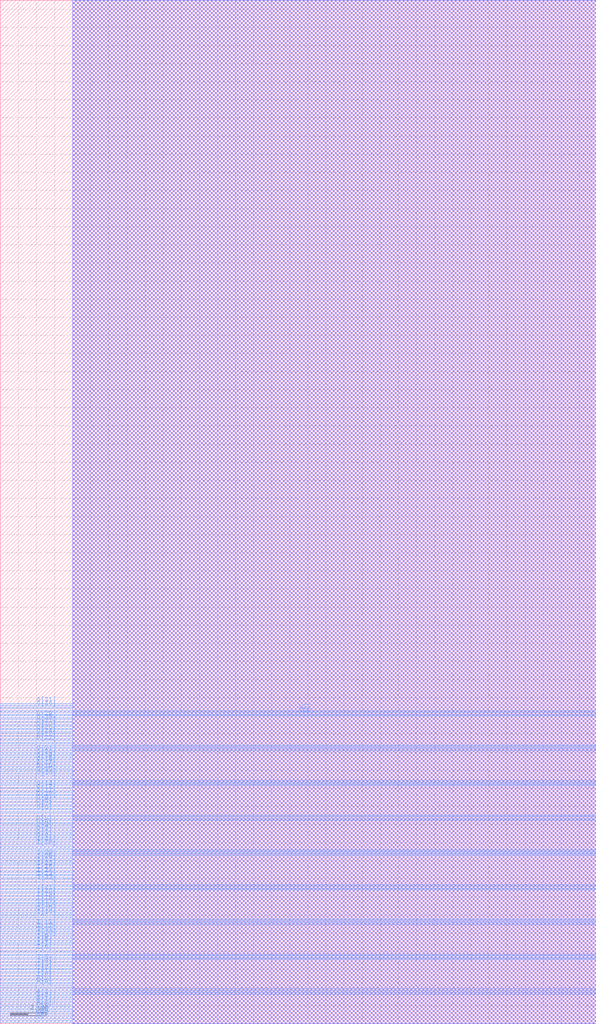
<source format=lef>
VERSION 5.6 ;
BUSBITCHARS "[]" ;
DIVIDERCHAR "/" ;

MACRO SRAM1RW64x32
  CLASS BLOCK ;
  ORIGIN 0 0 ;
  FOREIGN SRAM1RW64x32 0 0 ;
  SIZE 32.928 BY 56.512 ;
  SYMMETRY X Y ;
  SITE coreSite ;
  PIN VDD
    DIRECTION INOUT ;
    USE POWER ;
    PORT 
      LAYER M4 ;
        RECT 0.0 1.632 32.928 1.728 ;
        RECT 0.0 3.552 32.928 3.648 ;
        RECT 0.0 5.472 32.928 5.568 ;
        RECT 0.0 7.392 32.928 7.488 ;
        RECT 0.0 9.312 32.928 9.408 ;
        RECT 0.0 11.232 32.928 11.328 ;
        RECT 0.0 13.152 32.928 13.248 ;
        RECT 0.0 15.072 32.928 15.168 ;
        RECT 0.0 16.992 32.928 17.088 ;
    END 
  END VDD
  PIN VSS
    DIRECTION INOUT ;
    USE GROUND ;
    PORT 
      LAYER M4 ;
        RECT 0.0 1.824 32.928 1.92 ;
        RECT 0.0 3.744 32.928 3.84 ;
        RECT 0.0 5.664 32.928 5.76 ;
        RECT 0.0 7.584 32.928 7.68 ;
        RECT 0.0 9.504 32.928 9.6 ;
        RECT 0.0 11.424 32.928 11.52 ;
        RECT 0.0 13.344 32.928 13.44 ;
        RECT 0.0 15.264 32.928 15.36 ;
        RECT 0.0 17.184 32.928 17.28 ;
    END 
  END VSS
  PIN CE
    DIRECTION INPUT ;
    USE SIGNAL ;
    PORT 
      LAYER M4 ;
        RECT 0.0 0.096 4.0 0.192 ;
    END 
  END CE
  PIN WEB
    DIRECTION INPUT ;
    USE SIGNAL ;
    PORT 
      LAYER M4 ;
        RECT 0.0 0.288 4.0 0.384 ;
    END 
  END WEB
  PIN OEB
    DIRECTION INPUT ;
    USE SIGNAL ;
    PORT 
      LAYER M4 ;
        RECT 0.0 0.48 4.0 0.576 ;
    END 
  END OEB
  PIN CSB
    DIRECTION INPUT ;
    USE SIGNAL ;
    PORT 
      LAYER M4 ;
        RECT 0.0 0.672 4.0 0.768 ;
    END 
  END CSB
  PIN A[0]
    DIRECTION INPUT ;
    USE SIGNAL ;
    PORT 
      LAYER M4 ;
        RECT 0.0 0.864 4.0 0.96 ;
    END 
  END A[0]
  PIN A[1]
    DIRECTION INPUT ;
    USE SIGNAL ;
    PORT 
      LAYER M4 ;
        RECT 0.0 1.056 4.0 1.152 ;
    END 
  END A[1]
  PIN A[2]
    DIRECTION INPUT ;
    USE SIGNAL ;
    PORT 
      LAYER M4 ;
        RECT 0.0 1.248 4.0 1.344 ;
    END 
  END A[2]
  PIN A[3]
    DIRECTION INPUT ;
    USE SIGNAL ;
    PORT 
      LAYER M4 ;
        RECT 0.0 1.44 4.0 1.536 ;
    END 
  END A[3]
  PIN A[4]
    DIRECTION INPUT ;
    USE SIGNAL ;
    PORT 
      LAYER M4 ;
        RECT 0.0 2.016 4.0 2.112 ;
    END 
  END A[4]
  PIN A[5]
    DIRECTION INPUT ;
    USE SIGNAL ;
    PORT 
      LAYER M4 ;
        RECT 0.0 2.208 4.0 2.304 ;
    END 
  END A[5]
  PIN I[0]
    DIRECTION INPUT ;
    USE SIGNAL ;
    PORT 
      LAYER M4 ;
        RECT 0.0 2.4 4.0 2.496 ;
    END 
  END I[0]
  PIN I[1]
    DIRECTION INPUT ;
    USE SIGNAL ;
    PORT 
      LAYER M4 ;
        RECT 0.0 2.592 4.0 2.688 ;
    END 
  END I[1]
  PIN I[2]
    DIRECTION INPUT ;
    USE SIGNAL ;
    PORT 
      LAYER M4 ;
        RECT 0.0 2.784 4.0 2.88 ;
    END 
  END I[2]
  PIN I[3]
    DIRECTION INPUT ;
    USE SIGNAL ;
    PORT 
      LAYER M4 ;
        RECT 0.0 2.976 4.0 3.072 ;
    END 
  END I[3]
  PIN I[4]
    DIRECTION INPUT ;
    USE SIGNAL ;
    PORT 
      LAYER M4 ;
        RECT 0.0 3.168 4.0 3.264 ;
    END 
  END I[4]
  PIN I[5]
    DIRECTION INPUT ;
    USE SIGNAL ;
    PORT 
      LAYER M4 ;
        RECT 0.0 3.36 4.0 3.456 ;
    END 
  END I[5]
  PIN I[6]
    DIRECTION INPUT ;
    USE SIGNAL ;
    PORT 
      LAYER M4 ;
        RECT 0.0 3.936 4.0 4.032 ;
    END 
  END I[6]
  PIN I[7]
    DIRECTION INPUT ;
    USE SIGNAL ;
    PORT 
      LAYER M4 ;
        RECT 0.0 4.128 4.0 4.224 ;
    END 
  END I[7]
  PIN I[8]
    DIRECTION INPUT ;
    USE SIGNAL ;
    PORT 
      LAYER M4 ;
        RECT 0.0 4.32 4.0 4.416 ;
    END 
  END I[8]
  PIN I[9]
    DIRECTION INPUT ;
    USE SIGNAL ;
    PORT 
      LAYER M4 ;
        RECT 0.0 4.512 4.0 4.608 ;
    END 
  END I[9]
  PIN I[10]
    DIRECTION INPUT ;
    USE SIGNAL ;
    PORT 
      LAYER M4 ;
        RECT 0.0 4.704 4.0 4.8 ;
    END 
  END I[10]
  PIN I[11]
    DIRECTION INPUT ;
    USE SIGNAL ;
    PORT 
      LAYER M4 ;
        RECT 0.0 4.896 4.0 4.992 ;
    END 
  END I[11]
  PIN I[12]
    DIRECTION INPUT ;
    USE SIGNAL ;
    PORT 
      LAYER M4 ;
        RECT 0.0 5.088 4.0 5.184 ;
    END 
  END I[12]
  PIN I[13]
    DIRECTION INPUT ;
    USE SIGNAL ;
    PORT 
      LAYER M4 ;
        RECT 0.0 5.28 4.0 5.376 ;
    END 
  END I[13]
  PIN I[14]
    DIRECTION INPUT ;
    USE SIGNAL ;
    PORT 
      LAYER M4 ;
        RECT 0.0 5.856 4.0 5.952 ;
    END 
  END I[14]
  PIN I[15]
    DIRECTION INPUT ;
    USE SIGNAL ;
    PORT 
      LAYER M4 ;
        RECT 0.0 6.048 4.0 6.144 ;
    END 
  END I[15]
  PIN I[16]
    DIRECTION INPUT ;
    USE SIGNAL ;
    PORT 
      LAYER M4 ;
        RECT 0.0 6.24 4.0 6.336 ;
    END 
  END I[16]
  PIN I[17]
    DIRECTION INPUT ;
    USE SIGNAL ;
    PORT 
      LAYER M4 ;
        RECT 0.0 6.432 4.0 6.528 ;
    END 
  END I[17]
  PIN I[18]
    DIRECTION INPUT ;
    USE SIGNAL ;
    PORT 
      LAYER M4 ;
        RECT 0.0 6.624 4.0 6.72 ;
    END 
  END I[18]
  PIN I[19]
    DIRECTION INPUT ;
    USE SIGNAL ;
    PORT 
      LAYER M4 ;
        RECT 0.0 6.816 4.0 6.912 ;
    END 
  END I[19]
  PIN I[20]
    DIRECTION INPUT ;
    USE SIGNAL ;
    PORT 
      LAYER M4 ;
        RECT 0.0 7.008 4.0 7.104 ;
    END 
  END I[20]
  PIN I[21]
    DIRECTION INPUT ;
    USE SIGNAL ;
    PORT 
      LAYER M4 ;
        RECT 0.0 7.2 4.0 7.296 ;
    END 
  END I[21]
  PIN I[22]
    DIRECTION INPUT ;
    USE SIGNAL ;
    PORT 
      LAYER M4 ;
        RECT 0.0 7.776 4.0 7.872 ;
    END 
  END I[22]
  PIN I[23]
    DIRECTION INPUT ;
    USE SIGNAL ;
    PORT 
      LAYER M4 ;
        RECT 0.0 7.968 4.0 8.064 ;
    END 
  END I[23]
  PIN I[24]
    DIRECTION INPUT ;
    USE SIGNAL ;
    PORT 
      LAYER M4 ;
        RECT 0.0 8.16 4.0 8.256 ;
    END 
  END I[24]
  PIN I[25]
    DIRECTION INPUT ;
    USE SIGNAL ;
    PORT 
      LAYER M4 ;
        RECT 0.0 8.352 4.0 8.448 ;
    END 
  END I[25]
  PIN I[26]
    DIRECTION INPUT ;
    USE SIGNAL ;
    PORT 
      LAYER M4 ;
        RECT 0.0 8.544 4.0 8.64 ;
    END 
  END I[26]
  PIN I[27]
    DIRECTION INPUT ;
    USE SIGNAL ;
    PORT 
      LAYER M4 ;
        RECT 0.0 8.736 4.0 8.832 ;
    END 
  END I[27]
  PIN I[28]
    DIRECTION INPUT ;
    USE SIGNAL ;
    PORT 
      LAYER M4 ;
        RECT 0.0 8.928 4.0 9.024 ;
    END 
  END I[28]
  PIN I[29]
    DIRECTION INPUT ;
    USE SIGNAL ;
    PORT 
      LAYER M4 ;
        RECT 0.0 9.12 4.0 9.216 ;
    END 
  END I[29]
  PIN I[30]
    DIRECTION INPUT ;
    USE SIGNAL ;
    PORT 
      LAYER M4 ;
        RECT 0.0 9.696 4.0 9.792 ;
    END 
  END I[30]
  PIN I[31]
    DIRECTION INPUT ;
    USE SIGNAL ;
    PORT 
      LAYER M4 ;
        RECT 0.0 9.888 4.0 9.984 ;
    END 
  END I[31]
  PIN O[0]
    DIRECTION OUTPUT ;
    USE SIGNAL ;
    PORT 
      LAYER M4 ;
        RECT 0.0 10.08 4.0 10.176 ;
    END 
  END O[0]
  PIN O[1]
    DIRECTION OUTPUT ;
    USE SIGNAL ;
    PORT 
      LAYER M4 ;
        RECT 0.0 10.272 4.0 10.368 ;
    END 
  END O[1]
  PIN O[2]
    DIRECTION OUTPUT ;
    USE SIGNAL ;
    PORT 
      LAYER M4 ;
        RECT 0.0 10.464 4.0 10.56 ;
    END 
  END O[2]
  PIN O[3]
    DIRECTION OUTPUT ;
    USE SIGNAL ;
    PORT 
      LAYER M4 ;
        RECT 0.0 10.656 4.0 10.752 ;
    END 
  END O[3]
  PIN O[4]
    DIRECTION OUTPUT ;
    USE SIGNAL ;
    PORT 
      LAYER M4 ;
        RECT 0.0 10.848 4.0 10.944 ;
    END 
  END O[4]
  PIN O[5]
    DIRECTION OUTPUT ;
    USE SIGNAL ;
    PORT 
      LAYER M4 ;
        RECT 0.0 11.04 4.0 11.136 ;
    END 
  END O[5]
  PIN O[6]
    DIRECTION OUTPUT ;
    USE SIGNAL ;
    PORT 
      LAYER M4 ;
        RECT 0.0 11.616 4.0 11.712 ;
    END 
  END O[6]
  PIN O[7]
    DIRECTION OUTPUT ;
    USE SIGNAL ;
    PORT 
      LAYER M4 ;
        RECT 0.0 11.808 4.0 11.904 ;
    END 
  END O[7]
  PIN O[8]
    DIRECTION OUTPUT ;
    USE SIGNAL ;
    PORT 
      LAYER M4 ;
        RECT 0.0 12.0 4.0 12.096 ;
    END 
  END O[8]
  PIN O[9]
    DIRECTION OUTPUT ;
    USE SIGNAL ;
    PORT 
      LAYER M4 ;
        RECT 0.0 12.192 4.0 12.288 ;
    END 
  END O[9]
  PIN O[10]
    DIRECTION OUTPUT ;
    USE SIGNAL ;
    PORT 
      LAYER M4 ;
        RECT 0.0 12.384 4.0 12.48 ;
    END 
  END O[10]
  PIN O[11]
    DIRECTION OUTPUT ;
    USE SIGNAL ;
    PORT 
      LAYER M4 ;
        RECT 0.0 12.576 4.0 12.672 ;
    END 
  END O[11]
  PIN O[12]
    DIRECTION OUTPUT ;
    USE SIGNAL ;
    PORT 
      LAYER M4 ;
        RECT 0.0 12.768 4.0 12.864 ;
    END 
  END O[12]
  PIN O[13]
    DIRECTION OUTPUT ;
    USE SIGNAL ;
    PORT 
      LAYER M4 ;
        RECT 0.0 12.96 4.0 13.056 ;
    END 
  END O[13]
  PIN O[14]
    DIRECTION OUTPUT ;
    USE SIGNAL ;
    PORT 
      LAYER M4 ;
        RECT 0.0 13.536 4.0 13.632 ;
    END 
  END O[14]
  PIN O[15]
    DIRECTION OUTPUT ;
    USE SIGNAL ;
    PORT 
      LAYER M4 ;
        RECT 0.0 13.728 4.0 13.824 ;
    END 
  END O[15]
  PIN O[16]
    DIRECTION OUTPUT ;
    USE SIGNAL ;
    PORT 
      LAYER M4 ;
        RECT 0.0 13.92 4.0 14.016 ;
    END 
  END O[16]
  PIN O[17]
    DIRECTION OUTPUT ;
    USE SIGNAL ;
    PORT 
      LAYER M4 ;
        RECT 0.0 14.112 4.0 14.208 ;
    END 
  END O[17]
  PIN O[18]
    DIRECTION OUTPUT ;
    USE SIGNAL ;
    PORT 
      LAYER M4 ;
        RECT 0.0 14.304 4.0 14.4 ;
    END 
  END O[18]
  PIN O[19]
    DIRECTION OUTPUT ;
    USE SIGNAL ;
    PORT 
      LAYER M4 ;
        RECT 0.0 14.496 4.0 14.592 ;
    END 
  END O[19]
  PIN O[20]
    DIRECTION OUTPUT ;
    USE SIGNAL ;
    PORT 
      LAYER M4 ;
        RECT 0.0 14.688 4.0 14.784 ;
    END 
  END O[20]
  PIN O[21]
    DIRECTION OUTPUT ;
    USE SIGNAL ;
    PORT 
      LAYER M4 ;
        RECT 0.0 14.88 4.0 14.976 ;
    END 
  END O[21]
  PIN O[22]
    DIRECTION OUTPUT ;
    USE SIGNAL ;
    PORT 
      LAYER M4 ;
        RECT 0.0 15.456 4.0 15.552 ;
    END 
  END O[22]
  PIN O[23]
    DIRECTION OUTPUT ;
    USE SIGNAL ;
    PORT 
      LAYER M4 ;
        RECT 0.0 15.648 4.0 15.744 ;
    END 
  END O[23]
  PIN O[24]
    DIRECTION OUTPUT ;
    USE SIGNAL ;
    PORT 
      LAYER M4 ;
        RECT 0.0 15.84 4.0 15.936 ;
    END 
  END O[24]
  PIN O[25]
    DIRECTION OUTPUT ;
    USE SIGNAL ;
    PORT 
      LAYER M4 ;
        RECT 0.0 16.032 4.0 16.128 ;
    END 
  END O[25]
  PIN O[26]
    DIRECTION OUTPUT ;
    USE SIGNAL ;
    PORT 
      LAYER M4 ;
        RECT 0.0 16.224 4.0 16.32 ;
    END 
  END O[26]
  PIN O[27]
    DIRECTION OUTPUT ;
    USE SIGNAL ;
    PORT 
      LAYER M4 ;
        RECT 0.0 16.416 4.0 16.512 ;
    END 
  END O[27]
  PIN O[28]
    DIRECTION OUTPUT ;
    USE SIGNAL ;
    PORT 
      LAYER M4 ;
        RECT 0.0 16.608 4.0 16.704 ;
    END 
  END O[28]
  PIN O[29]
    DIRECTION OUTPUT ;
    USE SIGNAL ;
    PORT 
      LAYER M4 ;
        RECT 0.0 16.8 4.0 16.896 ;
    END 
  END O[29]
  PIN O[30]
    DIRECTION OUTPUT ;
    USE SIGNAL ;
    PORT 
      LAYER M4 ;
        RECT 0.0 17.376 4.0 17.472 ;
    END 
  END O[30]
  PIN O[31]
    DIRECTION OUTPUT ;
    USE SIGNAL ;
    PORT 
      LAYER M4 ;
        RECT 0.0 17.568 4.0 17.664 ;
    END 
  END O[31]
  OBS 
    LAYER M1 ;
      RECT 4.0 0.0 32.928 56.512 ;
    LAYER M2 ;
      RECT 4.0 0.0 32.928 56.512 ;
    LAYER M3 ;
      RECT 4.0 0.0 32.928 56.512 ;
  END 
END SRAM1RW64x32

END LIBRARY
</source>
